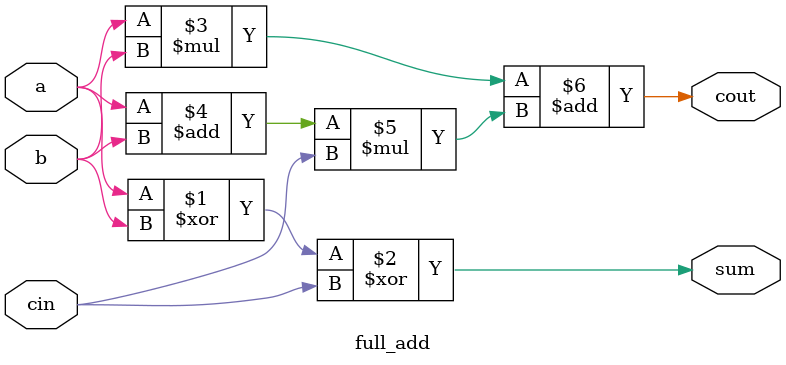
<source format=v>
module full_add(a,b,cin,sum,cout);
input a,b,cin;
output sum,cout;


assign sum=a^b^cin;
assign cout=(a*b)+(a+b)*cin;

endmodule


</source>
